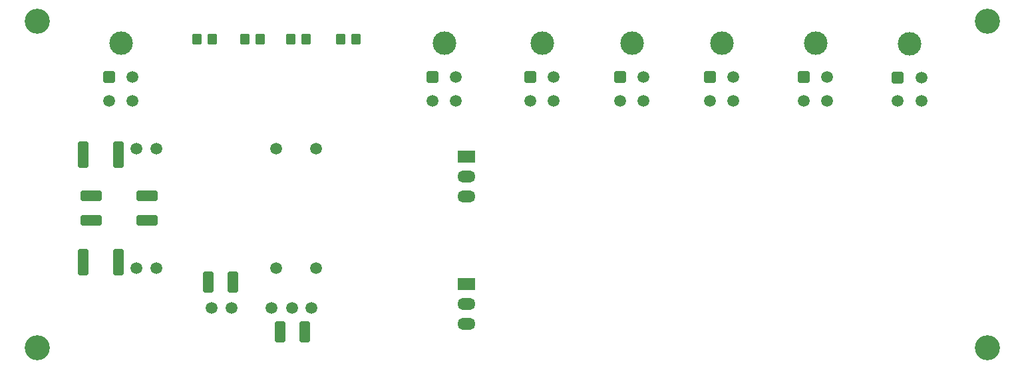
<source format=gbr>
%TF.GenerationSoftware,KiCad,Pcbnew,(6.0.1)*%
%TF.CreationDate,2022-06-01T15:29:54+03:00*%
%TF.ProjectId,Supply_Power,53757070-6c79-45f5-906f-7765722e6b69,rev?*%
%TF.SameCoordinates,Original*%
%TF.FileFunction,Soldermask,Bot*%
%TF.FilePolarity,Negative*%
%FSLAX46Y46*%
G04 Gerber Fmt 4.6, Leading zero omitted, Abs format (unit mm)*
G04 Created by KiCad (PCBNEW (6.0.1)) date 2022-06-01 15:29:54*
%MOMM*%
%LPD*%
G01*
G04 APERTURE LIST*
G04 Aperture macros list*
%AMRoundRect*
0 Rectangle with rounded corners*
0 $1 Rounding radius*
0 $2 $3 $4 $5 $6 $7 $8 $9 X,Y pos of 4 corners*
0 Add a 4 corners polygon primitive as box body*
4,1,4,$2,$3,$4,$5,$6,$7,$8,$9,$2,$3,0*
0 Add four circle primitives for the rounded corners*
1,1,$1+$1,$2,$3*
1,1,$1+$1,$4,$5*
1,1,$1+$1,$6,$7*
1,1,$1+$1,$8,$9*
0 Add four rect primitives between the rounded corners*
20,1,$1+$1,$2,$3,$4,$5,0*
20,1,$1+$1,$4,$5,$6,$7,0*
20,1,$1+$1,$6,$7,$8,$9,0*
20,1,$1+$1,$8,$9,$2,$3,0*%
G04 Aperture macros list end*
%ADD10C,3.200000*%
%ADD11C,3.000000*%
%ADD12RoundRect,0.250001X-0.499999X-0.499999X0.499999X-0.499999X0.499999X0.499999X-0.499999X0.499999X0*%
%ADD13C,1.500000*%
%ADD14R,2.300000X1.500000*%
%ADD15O,2.300000X1.500000*%
%ADD16RoundRect,0.250000X-0.400000X-1.450000X0.400000X-1.450000X0.400000X1.450000X-0.400000X1.450000X0*%
%ADD17RoundRect,0.250000X0.350000X0.450000X-0.350000X0.450000X-0.350000X-0.450000X0.350000X-0.450000X0*%
%ADD18RoundRect,0.250000X0.412500X1.100000X-0.412500X1.100000X-0.412500X-1.100000X0.412500X-1.100000X0*%
%ADD19RoundRect,0.250000X-0.412500X-1.100000X0.412500X-1.100000X0.412500X1.100000X-0.412500X1.100000X0*%
%ADD20RoundRect,0.250000X-1.100000X0.412500X-1.100000X-0.412500X1.100000X-0.412500X1.100000X0.412500X0*%
G04 APERTURE END LIST*
D10*
%TO.C,H2*%
X160020000Y-27432000D03*
%TD*%
D11*
%TO.C,J7*%
X126238000Y-30269000D03*
D12*
X124738000Y-34589000D03*
D13*
X127738000Y-34589000D03*
X124738000Y-37589000D03*
X127738000Y-37589000D03*
%TD*%
%TO.C,D3*%
X51746000Y-58928000D03*
X54286000Y-58928000D03*
X69526000Y-58928000D03*
X74606000Y-58928000D03*
X74606000Y-43688000D03*
X69526000Y-43688000D03*
X54286000Y-43688000D03*
X51746000Y-43688000D03*
%TD*%
D11*
%TO.C,J3*%
X90932000Y-30269000D03*
D12*
X89432000Y-34589000D03*
D13*
X92432000Y-34589000D03*
X89432000Y-37589000D03*
X92432000Y-37589000D03*
%TD*%
D11*
%TO.C,J5*%
X103378000Y-30269000D03*
D12*
X101878000Y-34589000D03*
D13*
X104878000Y-34589000D03*
X101878000Y-37589000D03*
X104878000Y-37589000D03*
%TD*%
D10*
%TO.C,H4*%
X39116000Y-69088000D03*
%TD*%
D14*
%TO.C,U2*%
X93726000Y-60960000D03*
D15*
X93726000Y-63500000D03*
X93726000Y-66040000D03*
%TD*%
D13*
%TO.C,D2*%
X61375000Y-64032000D03*
X63915000Y-64032000D03*
X68995000Y-64032000D03*
X71565000Y-64032000D03*
X74075000Y-64032000D03*
%TD*%
D10*
%TO.C,H3*%
X160020000Y-69088000D03*
%TD*%
D14*
%TO.C,U1*%
X93726000Y-44704000D03*
D15*
X93726000Y-47244000D03*
X93726000Y-49784000D03*
%TD*%
D11*
%TO.C,J1*%
X138176000Y-30269000D03*
D12*
X136676000Y-34589000D03*
D13*
X139676000Y-34589000D03*
X136676000Y-37589000D03*
X139676000Y-37589000D03*
%TD*%
D11*
%TO.C,J2*%
X49784000Y-30269000D03*
D12*
X48284000Y-34589000D03*
D13*
X51284000Y-34589000D03*
X48284000Y-37589000D03*
X51284000Y-37589000D03*
%TD*%
D10*
%TO.C,H1*%
X39116000Y-27432000D03*
%TD*%
D11*
%TO.C,J4*%
X150138000Y-30314000D03*
D12*
X148638000Y-34634000D03*
D13*
X151638000Y-34634000D03*
X148638000Y-37634000D03*
X151638000Y-37634000D03*
%TD*%
D11*
%TO.C,J6*%
X114808000Y-30269000D03*
D12*
X113308000Y-34589000D03*
D13*
X116308000Y-34589000D03*
X113308000Y-37589000D03*
X116308000Y-37589000D03*
%TD*%
D16*
%TO.C,L2*%
X45019000Y-58166000D03*
X49469000Y-58166000D03*
%TD*%
D17*
%TO.C,R20*%
X61452000Y-29718000D03*
X59452000Y-29718000D03*
%TD*%
D18*
%TO.C,C6*%
X73190500Y-67056000D03*
X70065500Y-67056000D03*
%TD*%
D17*
%TO.C,R18*%
X73390000Y-29718000D03*
X71390000Y-29718000D03*
%TD*%
%TO.C,R19*%
X67548000Y-29718000D03*
X65548000Y-29718000D03*
%TD*%
D19*
%TO.C,C3*%
X60921500Y-60706000D03*
X64046500Y-60706000D03*
%TD*%
D20*
%TO.C,C5*%
X53086000Y-49745500D03*
X53086000Y-52870500D03*
%TD*%
D16*
%TO.C,L1*%
X45019000Y-44450000D03*
X49469000Y-44450000D03*
%TD*%
D20*
%TO.C,C2*%
X45974000Y-49745500D03*
X45974000Y-52870500D03*
%TD*%
D17*
%TO.C,R17*%
X79740000Y-29718000D03*
X77740000Y-29718000D03*
%TD*%
M02*

</source>
